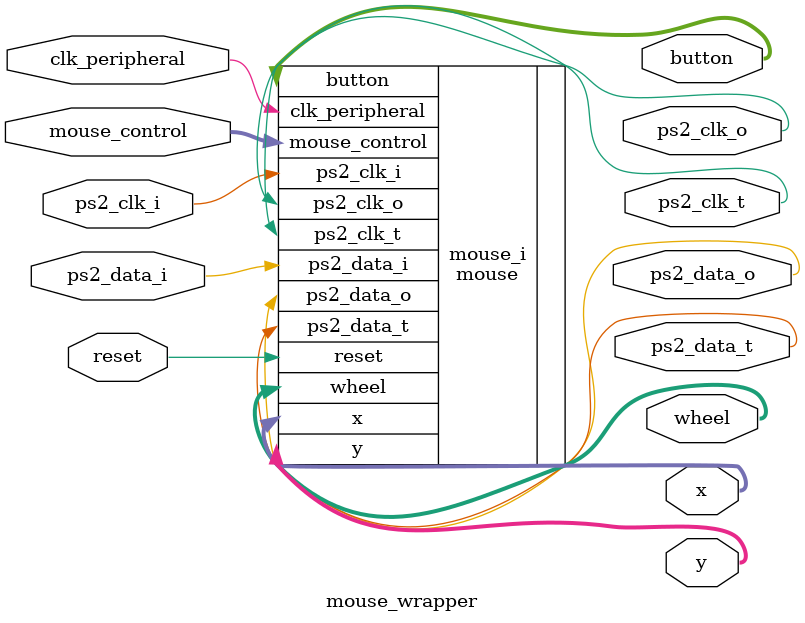
<source format=v>
`timescale 1 ps / 1 ps

module mouse_wrapper
   (button,
    clk_peripheral,
    mouse_control,
    ps2_clk_i,
    ps2_clk_o,
    ps2_clk_t,
    ps2_data_i,
    ps2_data_o,
    ps2_data_t,
    reset,
    wheel,
    x,
    y);
  output [2:0]button;
  input clk_peripheral;
  input [2:0]mouse_control;
  input ps2_clk_i;
  output ps2_clk_o;
  output ps2_clk_t;
  input ps2_data_i;
  output ps2_data_o;
  output ps2_data_t;
  input reset;
  output [3:0]wheel;
  output [7:0]x;
  output [7:0]y;

  wire [2:0]button;
  wire clk_peripheral;
  wire [2:0]mouse_control;
  wire ps2_clk_i;
  wire ps2_clk_o;
  wire ps2_clk_t;
  wire ps2_data_i;
  wire ps2_data_o;
  wire ps2_data_t;
  wire reset;
  wire [3:0]wheel;
  wire [7:0]x;
  wire [7:0]y;

  mouse mouse_i
       (.button(button),
        .clk_peripheral(clk_peripheral),
        .mouse_control(mouse_control),
        .ps2_clk_i(ps2_clk_i),
        .ps2_clk_o(ps2_clk_o),
        .ps2_clk_t(ps2_clk_t),
        .ps2_data_i(ps2_data_i),
        .ps2_data_o(ps2_data_o),
        .ps2_data_t(ps2_data_t),
        .reset(reset),
        .wheel(wheel),
        .x(x),
        .y(y));
endmodule

</source>
